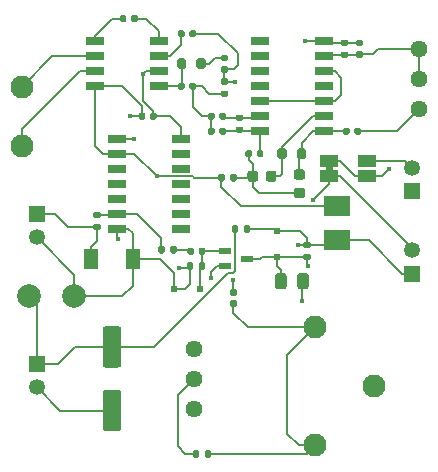
<source format=gbr>
%TF.GenerationSoftware,KiCad,Pcbnew,(5.1.8)-1*%
%TF.CreationDate,2021-01-15T11:06:26+00:00*%
%TF.ProjectId,Bat_Listner_JLCPCB,4261745f-4c69-4737-946e-65725f4a4c43,rev?*%
%TF.SameCoordinates,Original*%
%TF.FileFunction,Copper,L1,Top*%
%TF.FilePolarity,Positive*%
%FSLAX46Y46*%
G04 Gerber Fmt 4.6, Leading zero omitted, Abs format (unit mm)*
G04 Created by KiCad (PCBNEW (5.1.8)-1) date 2021-01-15 11:06:26*
%MOMM*%
%LPD*%
G01*
G04 APERTURE LIST*
%TA.AperFunction,EtchedComponent*%
%ADD10C,0.100000*%
%TD*%
%TA.AperFunction,SMDPad,CuDef*%
%ADD11R,1.528000X0.650000*%
%TD*%
%TA.AperFunction,SMDPad,CuDef*%
%ADD12R,2.300000X1.800000*%
%TD*%
%TA.AperFunction,SMDPad,CuDef*%
%ADD13R,1.300000X1.700000*%
%TD*%
%TA.AperFunction,SMDPad,CuDef*%
%ADD14R,0.500000X0.500000*%
%TD*%
%TA.AperFunction,SMDPad,CuDef*%
%ADD15R,1.525000X0.650000*%
%TD*%
%TA.AperFunction,ComponentPad*%
%ADD16C,1.350000*%
%TD*%
%TA.AperFunction,ComponentPad*%
%ADD17R,1.350000X1.350000*%
%TD*%
%TA.AperFunction,ComponentPad*%
%ADD18C,1.950000*%
%TD*%
%TA.AperFunction,SMDPad,CuDef*%
%ADD19R,1.500000X1.000000*%
%TD*%
%TA.AperFunction,SMDPad,CuDef*%
%ADD20R,1.000000X0.550000*%
%TD*%
%TA.AperFunction,ComponentPad*%
%ADD21C,1.440000*%
%TD*%
%TA.AperFunction,ComponentPad*%
%ADD22C,2.000000*%
%TD*%
%TA.AperFunction,ViaPad*%
%ADD23C,0.400000*%
%TD*%
%TA.AperFunction,Conductor*%
%ADD24C,0.150000*%
%TD*%
G04 APERTURE END LIST*
D10*
%TO.C,JP1*%
G36*
X162260000Y-66275000D02*
G01*
X162260000Y-65775000D01*
X162860000Y-65775000D01*
X162860000Y-66275000D01*
X162260000Y-66275000D01*
G37*
%TD*%
D11*
%TO.P,AT1,1*%
%TO.N,Net-(AT1-Pad1)*%
X142704000Y-55245000D03*
%TO.P,AT1,2*%
%TO.N,Net-(AT1-Pad2)*%
X142704000Y-56515000D03*
%TO.P,AT1,3*%
%TO.N,Net-(AT1-Pad3)*%
X142704000Y-57785000D03*
%TO.P,AT1,4*%
%TO.N,GND*%
X142704000Y-59055000D03*
%TO.P,AT1,5*%
%TO.N,Net-(AT1-Pad5)*%
X148126000Y-59055000D03*
%TO.P,AT1,6*%
%TO.N,+BATT*%
X148126000Y-57785000D03*
%TO.P,AT1,7*%
%TO.N,Net-(AT1-Pad7)*%
X148126000Y-56515000D03*
%TO.P,AT1,8*%
%TO.N,Net-(AT1-Pad8)*%
X148126000Y-55245000D03*
%TD*%
%TO.P,C1,2*%
%TO.N,Net-(AT1-Pad1)*%
%TA.AperFunction,SMDPad,CuDef*%
G36*
G01*
X145370000Y-53170000D02*
X145370000Y-53510000D01*
G75*
G02*
X145230000Y-53650000I-140000J0D01*
G01*
X144950000Y-53650000D01*
G75*
G02*
X144810000Y-53510000I0J140000D01*
G01*
X144810000Y-53170000D01*
G75*
G02*
X144950000Y-53030000I140000J0D01*
G01*
X145230000Y-53030000D01*
G75*
G02*
X145370000Y-53170000I0J-140000D01*
G01*
G37*
%TD.AperFunction*%
%TO.P,C1,1*%
%TO.N,Net-(AT1-Pad8)*%
%TA.AperFunction,SMDPad,CuDef*%
G36*
G01*
X146330000Y-53170000D02*
X146330000Y-53510000D01*
G75*
G02*
X146190000Y-53650000I-140000J0D01*
G01*
X145910000Y-53650000D01*
G75*
G02*
X145770000Y-53510000I0J140000D01*
G01*
X145770000Y-53170000D01*
G75*
G02*
X145910000Y-53030000I140000J0D01*
G01*
X146190000Y-53030000D01*
G75*
G02*
X146330000Y-53170000I0J-140000D01*
G01*
G37*
%TD.AperFunction*%
%TD*%
%TO.P,C2,1*%
%TO.N,Net-(AT1-Pad7)*%
%TA.AperFunction,SMDPad,CuDef*%
G36*
G01*
X149735000Y-54780000D02*
X149735000Y-54440000D01*
G75*
G02*
X149875000Y-54300000I140000J0D01*
G01*
X150155000Y-54300000D01*
G75*
G02*
X150295000Y-54440000I0J-140000D01*
G01*
X150295000Y-54780000D01*
G75*
G02*
X150155000Y-54920000I-140000J0D01*
G01*
X149875000Y-54920000D01*
G75*
G02*
X149735000Y-54780000I0J140000D01*
G01*
G37*
%TD.AperFunction*%
%TO.P,C2,2*%
%TO.N,GND*%
%TA.AperFunction,SMDPad,CuDef*%
G36*
G01*
X150695000Y-54780000D02*
X150695000Y-54440000D01*
G75*
G02*
X150835000Y-54300000I140000J0D01*
G01*
X151115000Y-54300000D01*
G75*
G02*
X151255000Y-54440000I0J-140000D01*
G01*
X151255000Y-54780000D01*
G75*
G02*
X151115000Y-54920000I-140000J0D01*
G01*
X150835000Y-54920000D01*
G75*
G02*
X150695000Y-54780000I0J140000D01*
G01*
G37*
%TD.AperFunction*%
%TD*%
%TO.P,C3,2*%
%TO.N,GND*%
%TA.AperFunction,SMDPad,CuDef*%
G36*
G01*
X153500000Y-57350000D02*
X153840000Y-57350000D01*
G75*
G02*
X153980000Y-57490000I0J-140000D01*
G01*
X153980000Y-57770000D01*
G75*
G02*
X153840000Y-57910000I-140000J0D01*
G01*
X153500000Y-57910000D01*
G75*
G02*
X153360000Y-57770000I0J140000D01*
G01*
X153360000Y-57490000D01*
G75*
G02*
X153500000Y-57350000I140000J0D01*
G01*
G37*
%TD.AperFunction*%
%TO.P,C3,1*%
%TO.N,Net-(C3-Pad1)*%
%TA.AperFunction,SMDPad,CuDef*%
G36*
G01*
X153500000Y-56390000D02*
X153840000Y-56390000D01*
G75*
G02*
X153980000Y-56530000I0J-140000D01*
G01*
X153980000Y-56810000D01*
G75*
G02*
X153840000Y-56950000I-140000J0D01*
G01*
X153500000Y-56950000D01*
G75*
G02*
X153360000Y-56810000I0J140000D01*
G01*
X153360000Y-56530000D01*
G75*
G02*
X153500000Y-56390000I140000J0D01*
G01*
G37*
%TD.AperFunction*%
%TD*%
%TO.P,C4,1*%
%TO.N,+BATT*%
%TA.AperFunction,SMDPad,CuDef*%
G36*
G01*
X143595000Y-79370000D02*
X144695000Y-79370000D01*
G75*
G02*
X144945000Y-79620000I0J-250000D01*
G01*
X144945000Y-82620000D01*
G75*
G02*
X144695000Y-82870000I-250000J0D01*
G01*
X143595000Y-82870000D01*
G75*
G02*
X143345000Y-82620000I0J250000D01*
G01*
X143345000Y-79620000D01*
G75*
G02*
X143595000Y-79370000I250000J0D01*
G01*
G37*
%TD.AperFunction*%
%TO.P,C4,2*%
%TO.N,GND*%
%TA.AperFunction,SMDPad,CuDef*%
G36*
G01*
X143595000Y-84770000D02*
X144695000Y-84770000D01*
G75*
G02*
X144945000Y-85020000I0J-250000D01*
G01*
X144945000Y-88020000D01*
G75*
G02*
X144695000Y-88270000I-250000J0D01*
G01*
X143595000Y-88270000D01*
G75*
G02*
X143345000Y-88020000I0J250000D01*
G01*
X143345000Y-85020000D01*
G75*
G02*
X143595000Y-84770000I250000J0D01*
G01*
G37*
%TD.AperFunction*%
%TD*%
%TO.P,C5,1*%
%TO.N,+BATT*%
%TA.AperFunction,SMDPad,CuDef*%
G36*
G01*
X147925000Y-61425000D02*
X147925000Y-61765000D01*
G75*
G02*
X147785000Y-61905000I-140000J0D01*
G01*
X147505000Y-61905000D01*
G75*
G02*
X147365000Y-61765000I0J140000D01*
G01*
X147365000Y-61425000D01*
G75*
G02*
X147505000Y-61285000I140000J0D01*
G01*
X147785000Y-61285000D01*
G75*
G02*
X147925000Y-61425000I0J-140000D01*
G01*
G37*
%TD.AperFunction*%
%TO.P,C5,2*%
%TO.N,GND*%
%TA.AperFunction,SMDPad,CuDef*%
G36*
G01*
X146965000Y-61425000D02*
X146965000Y-61765000D01*
G75*
G02*
X146825000Y-61905000I-140000J0D01*
G01*
X146545000Y-61905000D01*
G75*
G02*
X146405000Y-61765000I0J140000D01*
G01*
X146405000Y-61425000D01*
G75*
G02*
X146545000Y-61285000I140000J0D01*
G01*
X146825000Y-61285000D01*
G75*
G02*
X146965000Y-61425000I0J-140000D01*
G01*
G37*
%TD.AperFunction*%
%TD*%
%TO.P,C6,1*%
%TO.N,Net-(AT1-Pad5)*%
%TA.AperFunction,SMDPad,CuDef*%
G36*
G01*
X149735000Y-59225000D02*
X149735000Y-58885000D01*
G75*
G02*
X149875000Y-58745000I140000J0D01*
G01*
X150155000Y-58745000D01*
G75*
G02*
X150295000Y-58885000I0J-140000D01*
G01*
X150295000Y-59225000D01*
G75*
G02*
X150155000Y-59365000I-140000J0D01*
G01*
X149875000Y-59365000D01*
G75*
G02*
X149735000Y-59225000I0J140000D01*
G01*
G37*
%TD.AperFunction*%
%TO.P,C6,2*%
%TO.N,Net-(C6-Pad2)*%
%TA.AperFunction,SMDPad,CuDef*%
G36*
G01*
X150695000Y-59225000D02*
X150695000Y-58885000D01*
G75*
G02*
X150835000Y-58745000I140000J0D01*
G01*
X151115000Y-58745000D01*
G75*
G02*
X151255000Y-58885000I0J-140000D01*
G01*
X151255000Y-59225000D01*
G75*
G02*
X151115000Y-59365000I-140000J0D01*
G01*
X150835000Y-59365000D01*
G75*
G02*
X150695000Y-59225000I0J140000D01*
G01*
G37*
%TD.AperFunction*%
%TD*%
%TO.P,C7,2*%
%TO.N,Net-(C7-Pad2)*%
%TA.AperFunction,SMDPad,CuDef*%
G36*
G01*
X151485000Y-73195000D02*
X151485000Y-72855000D01*
G75*
G02*
X151625000Y-72715000I140000J0D01*
G01*
X151905000Y-72715000D01*
G75*
G02*
X152045000Y-72855000I0J-140000D01*
G01*
X152045000Y-73195000D01*
G75*
G02*
X151905000Y-73335000I-140000J0D01*
G01*
X151625000Y-73335000D01*
G75*
G02*
X151485000Y-73195000I0J140000D01*
G01*
G37*
%TD.AperFunction*%
%TO.P,C7,1*%
%TO.N,Net-(C7-Pad1)*%
%TA.AperFunction,SMDPad,CuDef*%
G36*
G01*
X150525000Y-73195000D02*
X150525000Y-72855000D01*
G75*
G02*
X150665000Y-72715000I140000J0D01*
G01*
X150945000Y-72715000D01*
G75*
G02*
X151085000Y-72855000I0J-140000D01*
G01*
X151085000Y-73195000D01*
G75*
G02*
X150945000Y-73335000I-140000J0D01*
G01*
X150665000Y-73335000D01*
G75*
G02*
X150525000Y-73195000I0J140000D01*
G01*
G37*
%TD.AperFunction*%
%TD*%
%TO.P,C8,2*%
%TO.N,Net-(C6-Pad2)*%
%TA.AperFunction,SMDPad,CuDef*%
G36*
G01*
X152835000Y-61425000D02*
X152835000Y-61765000D01*
G75*
G02*
X152695000Y-61905000I-140000J0D01*
G01*
X152415000Y-61905000D01*
G75*
G02*
X152275000Y-61765000I0J140000D01*
G01*
X152275000Y-61425000D01*
G75*
G02*
X152415000Y-61285000I140000J0D01*
G01*
X152695000Y-61285000D01*
G75*
G02*
X152835000Y-61425000I0J-140000D01*
G01*
G37*
%TD.AperFunction*%
%TO.P,C8,1*%
%TO.N,6*%
%TA.AperFunction,SMDPad,CuDef*%
G36*
G01*
X153795000Y-61425000D02*
X153795000Y-61765000D01*
G75*
G02*
X153655000Y-61905000I-140000J0D01*
G01*
X153375000Y-61905000D01*
G75*
G02*
X153235000Y-61765000I0J140000D01*
G01*
X153235000Y-61425000D01*
G75*
G02*
X153375000Y-61285000I140000J0D01*
G01*
X153655000Y-61285000D01*
G75*
G02*
X153795000Y-61425000I0J-140000D01*
G01*
G37*
%TD.AperFunction*%
%TD*%
%TO.P,C9,1*%
%TO.N,Net-(C6-Pad2)*%
%TA.AperFunction,SMDPad,CuDef*%
G36*
G01*
X152275000Y-63035000D02*
X152275000Y-62695000D01*
G75*
G02*
X152415000Y-62555000I140000J0D01*
G01*
X152695000Y-62555000D01*
G75*
G02*
X152835000Y-62695000I0J-140000D01*
G01*
X152835000Y-63035000D01*
G75*
G02*
X152695000Y-63175000I-140000J0D01*
G01*
X152415000Y-63175000D01*
G75*
G02*
X152275000Y-63035000I0J140000D01*
G01*
G37*
%TD.AperFunction*%
%TO.P,C9,2*%
%TO.N,7*%
%TA.AperFunction,SMDPad,CuDef*%
G36*
G01*
X153235000Y-63035000D02*
X153235000Y-62695000D01*
G75*
G02*
X153375000Y-62555000I140000J0D01*
G01*
X153655000Y-62555000D01*
G75*
G02*
X153795000Y-62695000I0J-140000D01*
G01*
X153795000Y-63035000D01*
G75*
G02*
X153655000Y-63175000I-140000J0D01*
G01*
X153375000Y-63175000D01*
G75*
G02*
X153235000Y-63035000I0J140000D01*
G01*
G37*
%TD.AperFunction*%
%TD*%
%TO.P,C10,2*%
%TO.N,Net-(C10-Pad2)*%
%TA.AperFunction,SMDPad,CuDef*%
G36*
G01*
X156010000Y-64600000D02*
X156010000Y-64940000D01*
G75*
G02*
X155870000Y-65080000I-140000J0D01*
G01*
X155590000Y-65080000D01*
G75*
G02*
X155450000Y-64940000I0J140000D01*
G01*
X155450000Y-64600000D01*
G75*
G02*
X155590000Y-64460000I140000J0D01*
G01*
X155870000Y-64460000D01*
G75*
G02*
X156010000Y-64600000I0J-140000D01*
G01*
G37*
%TD.AperFunction*%
%TO.P,C10,1*%
%TO.N,7*%
%TA.AperFunction,SMDPad,CuDef*%
G36*
G01*
X156970000Y-64600000D02*
X156970000Y-64940000D01*
G75*
G02*
X156830000Y-65080000I-140000J0D01*
G01*
X156550000Y-65080000D01*
G75*
G02*
X156410000Y-64940000I0J140000D01*
G01*
X156410000Y-64600000D01*
G75*
G02*
X156550000Y-64460000I140000J0D01*
G01*
X156830000Y-64460000D01*
G75*
G02*
X156970000Y-64600000I0J-140000D01*
G01*
G37*
%TD.AperFunction*%
%TD*%
%TO.P,C11,1*%
%TO.N,Net-(C10-Pad2)*%
%TA.AperFunction,SMDPad,CuDef*%
G36*
G01*
X155620000Y-66925000D02*
X155620000Y-66425000D01*
G75*
G02*
X155845000Y-66200000I225000J0D01*
G01*
X156295000Y-66200000D01*
G75*
G02*
X156520000Y-66425000I0J-225000D01*
G01*
X156520000Y-66925000D01*
G75*
G02*
X156295000Y-67150000I-225000J0D01*
G01*
X155845000Y-67150000D01*
G75*
G02*
X155620000Y-66925000I0J225000D01*
G01*
G37*
%TD.AperFunction*%
%TO.P,C11,2*%
%TO.N,9*%
%TA.AperFunction,SMDPad,CuDef*%
G36*
G01*
X157170000Y-66925000D02*
X157170000Y-66425000D01*
G75*
G02*
X157395000Y-66200000I225000J0D01*
G01*
X157845000Y-66200000D01*
G75*
G02*
X158070000Y-66425000I0J-225000D01*
G01*
X158070000Y-66925000D01*
G75*
G02*
X157845000Y-67150000I-225000J0D01*
G01*
X157395000Y-67150000D01*
G75*
G02*
X157170000Y-66925000I0J225000D01*
G01*
G37*
%TD.AperFunction*%
%TD*%
%TO.P,C12,2*%
%TO.N,8*%
%TA.AperFunction,SMDPad,CuDef*%
G36*
G01*
X160270000Y-66985000D02*
X159770000Y-66985000D01*
G75*
G02*
X159545000Y-66760000I0J225000D01*
G01*
X159545000Y-66310000D01*
G75*
G02*
X159770000Y-66085000I225000J0D01*
G01*
X160270000Y-66085000D01*
G75*
G02*
X160495000Y-66310000I0J-225000D01*
G01*
X160495000Y-66760000D01*
G75*
G02*
X160270000Y-66985000I-225000J0D01*
G01*
G37*
%TD.AperFunction*%
%TO.P,C12,1*%
%TO.N,Net-(C10-Pad2)*%
%TA.AperFunction,SMDPad,CuDef*%
G36*
G01*
X160270000Y-68535000D02*
X159770000Y-68535000D01*
G75*
G02*
X159545000Y-68310000I0J225000D01*
G01*
X159545000Y-67860000D01*
G75*
G02*
X159770000Y-67635000I225000J0D01*
G01*
X160270000Y-67635000D01*
G75*
G02*
X160495000Y-67860000I0J-225000D01*
G01*
X160495000Y-68310000D01*
G75*
G02*
X160270000Y-68535000I-225000J0D01*
G01*
G37*
%TD.AperFunction*%
%TD*%
%TO.P,C13,2*%
%TO.N,Net-(C13-Pad2)*%
%TA.AperFunction,SMDPad,CuDef*%
G36*
G01*
X164665000Y-63035000D02*
X164665000Y-62695000D01*
G75*
G02*
X164805000Y-62555000I140000J0D01*
G01*
X165085000Y-62555000D01*
G75*
G02*
X165225000Y-62695000I0J-140000D01*
G01*
X165225000Y-63035000D01*
G75*
G02*
X165085000Y-63175000I-140000J0D01*
G01*
X164805000Y-63175000D01*
G75*
G02*
X164665000Y-63035000I0J140000D01*
G01*
G37*
%TD.AperFunction*%
%TO.P,C13,1*%
%TO.N,8*%
%TA.AperFunction,SMDPad,CuDef*%
G36*
G01*
X163705000Y-63035000D02*
X163705000Y-62695000D01*
G75*
G02*
X163845000Y-62555000I140000J0D01*
G01*
X164125000Y-62555000D01*
G75*
G02*
X164265000Y-62695000I0J-140000D01*
G01*
X164265000Y-63035000D01*
G75*
G02*
X164125000Y-63175000I-140000J0D01*
G01*
X163845000Y-63175000D01*
G75*
G02*
X163705000Y-63035000I0J140000D01*
G01*
G37*
%TD.AperFunction*%
%TD*%
D12*
%TO.P,C14,1*%
%TO.N,Net-(C14-Pad1)*%
X163195000Y-72115000D03*
%TO.P,C14,2*%
%TO.N,GND*%
X163195000Y-69215000D03*
%TD*%
%TO.P,C15,1*%
%TO.N,13*%
%TA.AperFunction,SMDPad,CuDef*%
G36*
G01*
X165270000Y-56640000D02*
X164930000Y-56640000D01*
G75*
G02*
X164790000Y-56500000I0J140000D01*
G01*
X164790000Y-56220000D01*
G75*
G02*
X164930000Y-56080000I140000J0D01*
G01*
X165270000Y-56080000D01*
G75*
G02*
X165410000Y-56220000I0J-140000D01*
G01*
X165410000Y-56500000D01*
G75*
G02*
X165270000Y-56640000I-140000J0D01*
G01*
G37*
%TD.AperFunction*%
%TO.P,C15,2*%
%TO.N,14*%
%TA.AperFunction,SMDPad,CuDef*%
G36*
G01*
X165270000Y-55680000D02*
X164930000Y-55680000D01*
G75*
G02*
X164790000Y-55540000I0J140000D01*
G01*
X164790000Y-55260000D01*
G75*
G02*
X164930000Y-55120000I140000J0D01*
G01*
X165270000Y-55120000D01*
G75*
G02*
X165410000Y-55260000I0J-140000D01*
G01*
X165410000Y-55540000D01*
G75*
G02*
X165270000Y-55680000I-140000J0D01*
G01*
G37*
%TD.AperFunction*%
%TD*%
%TO.P,C16,1*%
%TO.N,Net-(C16-Pad1)*%
%TA.AperFunction,SMDPad,CuDef*%
G36*
G01*
X154602000Y-77750000D02*
X154262000Y-77750000D01*
G75*
G02*
X154122000Y-77610000I0J140000D01*
G01*
X154122000Y-77330000D01*
G75*
G02*
X154262000Y-77190000I140000J0D01*
G01*
X154602000Y-77190000D01*
G75*
G02*
X154742000Y-77330000I0J-140000D01*
G01*
X154742000Y-77610000D01*
G75*
G02*
X154602000Y-77750000I-140000J0D01*
G01*
G37*
%TD.AperFunction*%
%TO.P,C16,2*%
%TO.N,Net-(C16-Pad2)*%
%TA.AperFunction,SMDPad,CuDef*%
G36*
G01*
X154602000Y-76790000D02*
X154262000Y-76790000D01*
G75*
G02*
X154122000Y-76650000I0J140000D01*
G01*
X154122000Y-76370000D01*
G75*
G02*
X154262000Y-76230000I140000J0D01*
G01*
X154602000Y-76230000D01*
G75*
G02*
X154742000Y-76370000I0J-140000D01*
G01*
X154742000Y-76650000D01*
G75*
G02*
X154602000Y-76790000I-140000J0D01*
G01*
G37*
%TD.AperFunction*%
%TD*%
D13*
%TO.P,D1,1*%
%TO.N,Net-(D1-Pad1)*%
X142395000Y-73660000D03*
%TO.P,D1,2*%
%TO.N,GND*%
X145895000Y-73660000D03*
%TD*%
D14*
%TO.P,D2,1*%
%TO.N,Net-(C7-Pad2)*%
X151595000Y-76200000D03*
%TO.P,D2,2*%
%TO.N,GND*%
X149395000Y-76200000D03*
%TD*%
%TO.P,D3,2*%
%TO.N,Net-(D3-Pad2)*%
X158115000Y-73490000D03*
%TO.P,D3,1*%
%TO.N,Net-(C14-Pad1)*%
X158115000Y-71290000D03*
%TD*%
%TO.P,D4,1*%
%TO.N,Net-(D3-Pad2)*%
%TA.AperFunction,SMDPad,CuDef*%
G36*
G01*
X157960000Y-76021250D02*
X157960000Y-75108750D01*
G75*
G02*
X158203750Y-74865000I243750J0D01*
G01*
X158691250Y-74865000D01*
G75*
G02*
X158935000Y-75108750I0J-243750D01*
G01*
X158935000Y-76021250D01*
G75*
G02*
X158691250Y-76265000I-243750J0D01*
G01*
X158203750Y-76265000D01*
G75*
G02*
X157960000Y-76021250I0J243750D01*
G01*
G37*
%TD.AperFunction*%
%TO.P,D4,2*%
%TO.N,Net-(C14-Pad1)*%
%TA.AperFunction,SMDPad,CuDef*%
G36*
G01*
X159835000Y-76021250D02*
X159835000Y-75108750D01*
G75*
G02*
X160078750Y-74865000I243750J0D01*
G01*
X160566250Y-74865000D01*
G75*
G02*
X160810000Y-75108750I0J-243750D01*
G01*
X160810000Y-76021250D01*
G75*
G02*
X160566250Y-76265000I-243750J0D01*
G01*
X160078750Y-76265000D01*
G75*
G02*
X159835000Y-76021250I0J243750D01*
G01*
G37*
%TD.AperFunction*%
%TD*%
D15*
%TO.P,IC1,1*%
%TO.N,14*%
X144608000Y-63500000D03*
%TO.P,IC1,2*%
%TO.N,GND*%
X144608000Y-64770000D03*
%TO.P,IC1,3*%
%TO.N,Net-(IC1-Pad3)*%
X144608000Y-66040000D03*
%TO.P,IC1,4*%
%TO.N,Net-(IC1-Pad4)*%
X144608000Y-67310000D03*
%TO.P,IC1,5*%
%TO.N,Net-(IC1-Pad5)*%
X144608000Y-68580000D03*
%TO.P,IC1,6*%
%TO.N,Net-(IC1-Pad6)*%
X144608000Y-69850000D03*
%TO.P,IC1,7*%
%TO.N,GND*%
X144608000Y-71120000D03*
%TO.P,IC1,8*%
%TO.N,Net-(IC1-Pad8)*%
X150032000Y-71120000D03*
%TO.P,IC1,9*%
%TO.N,Net-(IC1-Pad9)*%
X150032000Y-69850000D03*
%TO.P,IC1,10*%
%TO.N,Net-(IC1-Pad10)*%
X150032000Y-68580000D03*
%TO.P,IC1,11*%
%TO.N,Net-(IC1-Pad11)*%
X150032000Y-67310000D03*
%TO.P,IC1,12*%
%TO.N,Net-(IC1-Pad12)*%
X150032000Y-66040000D03*
%TO.P,IC1,13*%
%TO.N,Net-(IC1-Pad13)*%
X150032000Y-64770000D03*
%TO.P,IC1,14*%
%TO.N,+BATT*%
X150032000Y-63500000D03*
%TD*%
%TO.P,IC2,14*%
%TO.N,14*%
X162097000Y-55245000D03*
%TO.P,IC2,13*%
%TO.N,13*%
X162097000Y-56515000D03*
%TO.P,IC2,12*%
%TO.N,GNDA*%
X162097000Y-57785000D03*
%TO.P,IC2,11*%
%TO.N,Net-(IC2-Pad11)*%
X162097000Y-59055000D03*
%TO.P,IC2,10*%
%TO.N,GNDA*%
X162097000Y-60325000D03*
%TO.P,IC2,9*%
%TO.N,9*%
X162097000Y-61595000D03*
%TO.P,IC2,8*%
%TO.N,8*%
X162097000Y-62865000D03*
%TO.P,IC2,7*%
%TO.N,7*%
X156673000Y-62865000D03*
%TO.P,IC2,6*%
%TO.N,6*%
X156673000Y-61595000D03*
%TO.P,IC2,5*%
%TO.N,GNDA*%
X156673000Y-60325000D03*
%TO.P,IC2,4*%
%TO.N,Net-(IC2-Pad4)*%
X156673000Y-59055000D03*
%TO.P,IC2,3*%
%TO.N,Net-(IC2-Pad3)*%
X156673000Y-57785000D03*
%TO.P,IC2,2*%
%TO.N,Net-(IC2-Pad2)*%
X156673000Y-56515000D03*
%TO.P,IC2,1*%
%TO.N,Net-(IC2-Pad1)*%
X156673000Y-55245000D03*
%TD*%
D16*
%TO.P,J2,2*%
%TO.N,GND*%
X137795000Y-71850000D03*
D17*
%TO.P,J2,1*%
%TO.N,Net-(D1-Pad1)*%
X137795000Y-69850000D03*
%TD*%
%TO.P,J3,1*%
%TO.N,Net-(C14-Pad1)*%
X169545000Y-67945000D03*
D16*
%TO.P,J3,2*%
%TO.N,Net-(D3-Pad2)*%
X169545000Y-65945000D03*
%TD*%
D17*
%TO.P,J5,1*%
%TO.N,Net-(C14-Pad1)*%
X169545000Y-74930000D03*
D16*
%TO.P,J5,2*%
%TO.N,Net-(C16-Pad2)*%
X169545000Y-72930000D03*
%TD*%
D18*
%TO.P,J6,1*%
%TO.N,Net-(J6-Pad1)*%
X166370000Y-84455000D03*
%TO.P,J6,2*%
%TO.N,Net-(C16-Pad1)*%
X161370000Y-79455000D03*
%TO.P,J6,3*%
X161370000Y-89455000D03*
%TD*%
D19*
%TO.P,JP1,1*%
%TO.N,Net-(C16-Pad2)*%
X162560000Y-66675000D03*
%TO.P,JP1,2*%
%TO.N,Net-(J6-Pad1)*%
X162560000Y-65375000D03*
%TD*%
%TO.P,JP2,2*%
%TO.N,Net-(D3-Pad2)*%
X165735000Y-65375000D03*
%TO.P,JP2,1*%
%TO.N,Net-(J6-Pad1)*%
X165735000Y-66675000D03*
%TD*%
D20*
%TO.P,Q1,1*%
%TO.N,Net-(C7-Pad2)*%
X153675000Y-73010000D03*
%TO.P,Q1,2*%
%TO.N,GND*%
X153675000Y-74310000D03*
%TO.P,Q1,3*%
%TO.N,Net-(D3-Pad2)*%
X155575000Y-73660000D03*
%TD*%
%TO.P,R1,1*%
%TO.N,Net-(IC1-Pad6)*%
%TA.AperFunction,SMDPad,CuDef*%
G36*
G01*
X142690000Y-69705000D02*
X143060000Y-69705000D01*
G75*
G02*
X143195000Y-69840000I0J-135000D01*
G01*
X143195000Y-70110000D01*
G75*
G02*
X143060000Y-70245000I-135000J0D01*
G01*
X142690000Y-70245000D01*
G75*
G02*
X142555000Y-70110000I0J135000D01*
G01*
X142555000Y-69840000D01*
G75*
G02*
X142690000Y-69705000I135000J0D01*
G01*
G37*
%TD.AperFunction*%
%TO.P,R1,2*%
%TO.N,Net-(D1-Pad1)*%
%TA.AperFunction,SMDPad,CuDef*%
G36*
G01*
X142690000Y-70725000D02*
X143060000Y-70725000D01*
G75*
G02*
X143195000Y-70860000I0J-135000D01*
G01*
X143195000Y-71130000D01*
G75*
G02*
X143060000Y-71265000I-135000J0D01*
G01*
X142690000Y-71265000D01*
G75*
G02*
X142555000Y-71130000I0J135000D01*
G01*
X142555000Y-70860000D01*
G75*
G02*
X142690000Y-70725000I135000J0D01*
G01*
G37*
%TD.AperFunction*%
%TD*%
%TO.P,R2,1*%
%TO.N,Net-(AT1-Pad5)*%
%TA.AperFunction,SMDPad,CuDef*%
G36*
G01*
X149651000Y-57425000D02*
X149651000Y-56875000D01*
G75*
G02*
X149851000Y-56675000I200000J0D01*
G01*
X150251000Y-56675000D01*
G75*
G02*
X150451000Y-56875000I0J-200000D01*
G01*
X150451000Y-57425000D01*
G75*
G02*
X150251000Y-57625000I-200000J0D01*
G01*
X149851000Y-57625000D01*
G75*
G02*
X149651000Y-57425000I0J200000D01*
G01*
G37*
%TD.AperFunction*%
%TO.P,R2,2*%
%TO.N,Net-(C3-Pad1)*%
%TA.AperFunction,SMDPad,CuDef*%
G36*
G01*
X151301000Y-57425000D02*
X151301000Y-56875000D01*
G75*
G02*
X151501000Y-56675000I200000J0D01*
G01*
X151901000Y-56675000D01*
G75*
G02*
X152101000Y-56875000I0J-200000D01*
G01*
X152101000Y-57425000D01*
G75*
G02*
X151901000Y-57625000I-200000J0D01*
G01*
X151501000Y-57625000D01*
G75*
G02*
X151301000Y-57425000I0J200000D01*
G01*
G37*
%TD.AperFunction*%
%TD*%
%TO.P,R3,2*%
%TO.N,Net-(C7-Pad1)*%
%TA.AperFunction,SMDPad,CuDef*%
G36*
G01*
X149084000Y-73083000D02*
X149084000Y-72713000D01*
G75*
G02*
X149219000Y-72578000I135000J0D01*
G01*
X149489000Y-72578000D01*
G75*
G02*
X149624000Y-72713000I0J-135000D01*
G01*
X149624000Y-73083000D01*
G75*
G02*
X149489000Y-73218000I-135000J0D01*
G01*
X149219000Y-73218000D01*
G75*
G02*
X149084000Y-73083000I0J135000D01*
G01*
G37*
%TD.AperFunction*%
%TO.P,R3,1*%
%TO.N,Net-(IC1-Pad6)*%
%TA.AperFunction,SMDPad,CuDef*%
G36*
G01*
X148064000Y-73083000D02*
X148064000Y-72713000D01*
G75*
G02*
X148199000Y-72578000I135000J0D01*
G01*
X148469000Y-72578000D01*
G75*
G02*
X148604000Y-72713000I0J-135000D01*
G01*
X148604000Y-73083000D01*
G75*
G02*
X148469000Y-73218000I-135000J0D01*
G01*
X148199000Y-73218000D01*
G75*
G02*
X148064000Y-73083000I0J135000D01*
G01*
G37*
%TD.AperFunction*%
%TD*%
%TO.P,R4,2*%
%TO.N,GND*%
%TA.AperFunction,SMDPad,CuDef*%
G36*
G01*
X153855000Y-58940000D02*
X153485000Y-58940000D01*
G75*
G02*
X153350000Y-58805000I0J135000D01*
G01*
X153350000Y-58535000D01*
G75*
G02*
X153485000Y-58400000I135000J0D01*
G01*
X153855000Y-58400000D01*
G75*
G02*
X153990000Y-58535000I0J-135000D01*
G01*
X153990000Y-58805000D01*
G75*
G02*
X153855000Y-58940000I-135000J0D01*
G01*
G37*
%TD.AperFunction*%
%TO.P,R4,1*%
%TO.N,Net-(C6-Pad2)*%
%TA.AperFunction,SMDPad,CuDef*%
G36*
G01*
X153855000Y-59960000D02*
X153485000Y-59960000D01*
G75*
G02*
X153350000Y-59825000I0J135000D01*
G01*
X153350000Y-59555000D01*
G75*
G02*
X153485000Y-59420000I135000J0D01*
G01*
X153855000Y-59420000D01*
G75*
G02*
X153990000Y-59555000I0J-135000D01*
G01*
X153990000Y-59825000D01*
G75*
G02*
X153855000Y-59960000I-135000J0D01*
G01*
G37*
%TD.AperFunction*%
%TD*%
%TO.P,R5,2*%
%TO.N,GND*%
%TA.AperFunction,SMDPad,CuDef*%
G36*
G01*
X151015000Y-74110000D02*
X151015000Y-74480000D01*
G75*
G02*
X150880000Y-74615000I-135000J0D01*
G01*
X150610000Y-74615000D01*
G75*
G02*
X150475000Y-74480000I0J135000D01*
G01*
X150475000Y-74110000D01*
G75*
G02*
X150610000Y-73975000I135000J0D01*
G01*
X150880000Y-73975000D01*
G75*
G02*
X151015000Y-74110000I0J-135000D01*
G01*
G37*
%TD.AperFunction*%
%TO.P,R5,1*%
%TO.N,Net-(C7-Pad2)*%
%TA.AperFunction,SMDPad,CuDef*%
G36*
G01*
X152035000Y-74110000D02*
X152035000Y-74480000D01*
G75*
G02*
X151900000Y-74615000I-135000J0D01*
G01*
X151630000Y-74615000D01*
G75*
G02*
X151495000Y-74480000I0J135000D01*
G01*
X151495000Y-74110000D01*
G75*
G02*
X151630000Y-73975000I135000J0D01*
G01*
X151900000Y-73975000D01*
G75*
G02*
X152035000Y-74110000I0J-135000D01*
G01*
G37*
%TD.AperFunction*%
%TD*%
%TO.P,R6,1*%
%TO.N,7*%
%TA.AperFunction,SMDPad,CuDef*%
G36*
G01*
X155125000Y-63010000D02*
X154755000Y-63010000D01*
G75*
G02*
X154620000Y-62875000I0J135000D01*
G01*
X154620000Y-62605000D01*
G75*
G02*
X154755000Y-62470000I135000J0D01*
G01*
X155125000Y-62470000D01*
G75*
G02*
X155260000Y-62605000I0J-135000D01*
G01*
X155260000Y-62875000D01*
G75*
G02*
X155125000Y-63010000I-135000J0D01*
G01*
G37*
%TD.AperFunction*%
%TO.P,R6,2*%
%TO.N,6*%
%TA.AperFunction,SMDPad,CuDef*%
G36*
G01*
X155125000Y-61990000D02*
X154755000Y-61990000D01*
G75*
G02*
X154620000Y-61855000I0J135000D01*
G01*
X154620000Y-61585000D01*
G75*
G02*
X154755000Y-61450000I135000J0D01*
G01*
X155125000Y-61450000D01*
G75*
G02*
X155260000Y-61585000I0J-135000D01*
G01*
X155260000Y-61855000D01*
G75*
G02*
X155125000Y-61990000I-135000J0D01*
G01*
G37*
%TD.AperFunction*%
%TD*%
%TO.P,R7,1*%
%TO.N,Net-(C10-Pad2)*%
%TA.AperFunction,SMDPad,CuDef*%
G36*
G01*
X154702000Y-66617000D02*
X154702000Y-66987000D01*
G75*
G02*
X154567000Y-67122000I-135000J0D01*
G01*
X154297000Y-67122000D01*
G75*
G02*
X154162000Y-66987000I0J135000D01*
G01*
X154162000Y-66617000D01*
G75*
G02*
X154297000Y-66482000I135000J0D01*
G01*
X154567000Y-66482000D01*
G75*
G02*
X154702000Y-66617000I0J-135000D01*
G01*
G37*
%TD.AperFunction*%
%TO.P,R7,2*%
%TO.N,GND*%
%TA.AperFunction,SMDPad,CuDef*%
G36*
G01*
X153682000Y-66617000D02*
X153682000Y-66987000D01*
G75*
G02*
X153547000Y-67122000I-135000J0D01*
G01*
X153277000Y-67122000D01*
G75*
G02*
X153142000Y-66987000I0J135000D01*
G01*
X153142000Y-66617000D01*
G75*
G02*
X153277000Y-66482000I135000J0D01*
G01*
X153547000Y-66482000D01*
G75*
G02*
X153682000Y-66617000I0J-135000D01*
G01*
G37*
%TD.AperFunction*%
%TD*%
%TO.P,R8,2*%
%TO.N,8*%
%TA.AperFunction,SMDPad,CuDef*%
G36*
G01*
X159810000Y-65045000D02*
X159810000Y-64495000D01*
G75*
G02*
X160010000Y-64295000I200000J0D01*
G01*
X160410000Y-64295000D01*
G75*
G02*
X160610000Y-64495000I0J-200000D01*
G01*
X160610000Y-65045000D01*
G75*
G02*
X160410000Y-65245000I-200000J0D01*
G01*
X160010000Y-65245000D01*
G75*
G02*
X159810000Y-65045000I0J200000D01*
G01*
G37*
%TD.AperFunction*%
%TO.P,R8,1*%
%TO.N,9*%
%TA.AperFunction,SMDPad,CuDef*%
G36*
G01*
X158160000Y-65045000D02*
X158160000Y-64495000D01*
G75*
G02*
X158360000Y-64295000I200000J0D01*
G01*
X158760000Y-64295000D01*
G75*
G02*
X158960000Y-64495000I0J-200000D01*
G01*
X158960000Y-65045000D01*
G75*
G02*
X158760000Y-65245000I-200000J0D01*
G01*
X158360000Y-65245000D01*
G75*
G02*
X158160000Y-65045000I0J200000D01*
G01*
G37*
%TD.AperFunction*%
%TD*%
%TO.P,R9,1*%
%TO.N,+BATT*%
%TA.AperFunction,SMDPad,CuDef*%
G36*
G01*
X154285000Y-71305000D02*
X154285000Y-70935000D01*
G75*
G02*
X154420000Y-70800000I135000J0D01*
G01*
X154690000Y-70800000D01*
G75*
G02*
X154825000Y-70935000I0J-135000D01*
G01*
X154825000Y-71305000D01*
G75*
G02*
X154690000Y-71440000I-135000J0D01*
G01*
X154420000Y-71440000D01*
G75*
G02*
X154285000Y-71305000I0J135000D01*
G01*
G37*
%TD.AperFunction*%
%TO.P,R9,2*%
%TO.N,Net-(C14-Pad1)*%
%TA.AperFunction,SMDPad,CuDef*%
G36*
G01*
X155305000Y-71305000D02*
X155305000Y-70935000D01*
G75*
G02*
X155440000Y-70800000I135000J0D01*
G01*
X155710000Y-70800000D01*
G75*
G02*
X155845000Y-70935000I0J-135000D01*
G01*
X155845000Y-71305000D01*
G75*
G02*
X155710000Y-71440000I-135000J0D01*
G01*
X155440000Y-71440000D01*
G75*
G02*
X155305000Y-71305000I0J135000D01*
G01*
G37*
%TD.AperFunction*%
%TD*%
%TO.P,R10,1*%
%TO.N,Net-(C14-Pad1)*%
%TA.AperFunction,SMDPad,CuDef*%
G36*
G01*
X160470000Y-72245000D02*
X160840000Y-72245000D01*
G75*
G02*
X160975000Y-72380000I0J-135000D01*
G01*
X160975000Y-72650000D01*
G75*
G02*
X160840000Y-72785000I-135000J0D01*
G01*
X160470000Y-72785000D01*
G75*
G02*
X160335000Y-72650000I0J135000D01*
G01*
X160335000Y-72380000D01*
G75*
G02*
X160470000Y-72245000I135000J0D01*
G01*
G37*
%TD.AperFunction*%
%TO.P,R10,2*%
%TO.N,Net-(D3-Pad2)*%
%TA.AperFunction,SMDPad,CuDef*%
G36*
G01*
X160470000Y-73265000D02*
X160840000Y-73265000D01*
G75*
G02*
X160975000Y-73400000I0J-135000D01*
G01*
X160975000Y-73670000D01*
G75*
G02*
X160840000Y-73805000I-135000J0D01*
G01*
X160470000Y-73805000D01*
G75*
G02*
X160335000Y-73670000I0J135000D01*
G01*
X160335000Y-73400000D01*
G75*
G02*
X160470000Y-73265000I135000J0D01*
G01*
G37*
%TD.AperFunction*%
%TD*%
%TO.P,R11,2*%
%TO.N,Net-(C16-Pad1)*%
%TA.AperFunction,SMDPad,CuDef*%
G36*
G01*
X152003000Y-90355000D02*
X152003000Y-89985000D01*
G75*
G02*
X152138000Y-89850000I135000J0D01*
G01*
X152408000Y-89850000D01*
G75*
G02*
X152543000Y-89985000I0J-135000D01*
G01*
X152543000Y-90355000D01*
G75*
G02*
X152408000Y-90490000I-135000J0D01*
G01*
X152138000Y-90490000D01*
G75*
G02*
X152003000Y-90355000I0J135000D01*
G01*
G37*
%TD.AperFunction*%
%TO.P,R11,1*%
%TO.N,Net-(R11-Pad1)*%
%TA.AperFunction,SMDPad,CuDef*%
G36*
G01*
X150983000Y-90355000D02*
X150983000Y-89985000D01*
G75*
G02*
X151118000Y-89850000I135000J0D01*
G01*
X151388000Y-89850000D01*
G75*
G02*
X151523000Y-89985000I0J-135000D01*
G01*
X151523000Y-90355000D01*
G75*
G02*
X151388000Y-90490000I-135000J0D01*
G01*
X151118000Y-90490000D01*
G75*
G02*
X150983000Y-90355000I0J135000D01*
G01*
G37*
%TD.AperFunction*%
%TD*%
%TO.P,R12,2*%
%TO.N,13*%
%TA.AperFunction,SMDPad,CuDef*%
G36*
G01*
X163645000Y-56120000D02*
X164015000Y-56120000D01*
G75*
G02*
X164150000Y-56255000I0J-135000D01*
G01*
X164150000Y-56525000D01*
G75*
G02*
X164015000Y-56660000I-135000J0D01*
G01*
X163645000Y-56660000D01*
G75*
G02*
X163510000Y-56525000I0J135000D01*
G01*
X163510000Y-56255000D01*
G75*
G02*
X163645000Y-56120000I135000J0D01*
G01*
G37*
%TD.AperFunction*%
%TO.P,R12,1*%
%TO.N,14*%
%TA.AperFunction,SMDPad,CuDef*%
G36*
G01*
X163645000Y-55100000D02*
X164015000Y-55100000D01*
G75*
G02*
X164150000Y-55235000I0J-135000D01*
G01*
X164150000Y-55505000D01*
G75*
G02*
X164015000Y-55640000I-135000J0D01*
G01*
X163645000Y-55640000D01*
G75*
G02*
X163510000Y-55505000I0J135000D01*
G01*
X163510000Y-55235000D01*
G75*
G02*
X163645000Y-55100000I135000J0D01*
G01*
G37*
%TD.AperFunction*%
%TD*%
D21*
%TO.P,RV1,3*%
%TO.N,Net-(C14-Pad1)*%
X151130000Y-81280000D03*
%TO.P,RV1,2*%
%TO.N,Net-(R11-Pad1)*%
X151130000Y-83820000D03*
%TO.P,RV1,1*%
%TO.N,Net-(RV1-Pad1)*%
X151130000Y-86360000D03*
%TD*%
%TO.P,RV2,1*%
%TO.N,13*%
X170180000Y-55880000D03*
%TO.P,RV2,2*%
X170180000Y-58420000D03*
%TO.P,RV2,3*%
%TO.N,Net-(C13-Pad2)*%
X170180000Y-60960000D03*
%TD*%
D22*
%TO.P,TP2,1*%
%TO.N,GND*%
X140970000Y-76835000D03*
%TD*%
%TO.P,TP1,1*%
%TO.N,+BATT*%
X137160000Y-76835000D03*
%TD*%
D17*
%TO.P,J4,1*%
%TO.N,+BATT*%
X137795000Y-82550000D03*
D16*
%TO.P,J4,2*%
%TO.N,GND*%
X137795000Y-84550000D03*
%TD*%
D18*
%TO.P,IC3,1*%
%TO.N,Net-(AT1-Pad2)*%
X136525000Y-59095000D03*
%TO.P,IC3,2*%
%TO.N,Net-(AT1-Pad3)*%
X136525000Y-64095000D03*
%TD*%
D23*
%TO.N,GND*%
X152527000Y-75311000D03*
X149860000Y-74422000D03*
X154559000Y-58674000D03*
X145669000Y-61595000D03*
X144653000Y-72009000D03*
X147955000Y-66675000D03*
%TO.N,+BATT*%
X146812000Y-58039000D03*
%TO.N,Net-(C14-Pad1)*%
X160274000Y-77216000D03*
X159893000Y-72517000D03*
%TO.N,14*%
X146050000Y-63500000D03*
X160528000Y-55245000D03*
%TO.N,Net-(C16-Pad2)*%
X161178000Y-68707000D03*
X154432000Y-75438000D03*
%TO.N,Net-(D3-Pad2)*%
X160782000Y-74295000D03*
%TO.N,Net-(J6-Pad1)*%
X167640000Y-66040000D03*
%TD*%
D24*
%TO.N,Net-(AT1-Pad1)*%
X144810000Y-53340000D02*
X145090000Y-53340000D01*
X144134000Y-53340000D02*
X144810000Y-53340000D01*
X142704000Y-54770000D02*
X144134000Y-53340000D01*
X142704000Y-55245000D02*
X142704000Y-54770000D01*
%TO.N,Net-(AT1-Pad2)*%
X139105000Y-56515000D02*
X142704000Y-56515000D01*
X136525000Y-59095000D02*
X139105000Y-56515000D01*
%TO.N,Net-(AT1-Pad3)*%
X136525000Y-62716142D02*
X136525000Y-64095000D01*
X141456142Y-57785000D02*
X136525000Y-62716142D01*
X142704000Y-57785000D02*
X141456142Y-57785000D01*
%TO.N,GND*%
X145895000Y-73660000D02*
X148209000Y-73660000D01*
X149395000Y-74846000D02*
X149395000Y-76200000D01*
X148209000Y-73660000D02*
X149395000Y-74846000D01*
X150745000Y-74615000D02*
X150749000Y-74619000D01*
X150745000Y-74295000D02*
X150745000Y-74615000D01*
X150749000Y-74619000D02*
X150749000Y-75819000D01*
X150368000Y-76200000D02*
X149395000Y-76200000D01*
X150749000Y-75819000D02*
X150368000Y-76200000D01*
X140970000Y-76835000D02*
X145034000Y-76835000D01*
X145895000Y-75974000D02*
X145895000Y-73660000D01*
X145034000Y-76835000D02*
X145895000Y-75974000D01*
X140970000Y-75025000D02*
X140970000Y-76835000D01*
X137795000Y-71850000D02*
X140970000Y-75025000D01*
X139765000Y-86520000D02*
X144145000Y-86520000D01*
X137795000Y-84550000D02*
X139765000Y-86520000D01*
X163195000Y-69215000D02*
X155067000Y-69215000D01*
X153412000Y-67560000D02*
X153412000Y-66802000D01*
X155067000Y-69215000D02*
X153412000Y-67560000D01*
X152527000Y-74808000D02*
X152527000Y-75311000D01*
X153675000Y-74310000D02*
X153025000Y-74310000D01*
X153025000Y-74310000D02*
X152527000Y-74808000D01*
X150618000Y-74422000D02*
X150745000Y-74295000D01*
X149860000Y-74422000D02*
X150618000Y-74422000D01*
X147955000Y-66675000D02*
X146050000Y-64770000D01*
X151003000Y-66675000D02*
X147955000Y-66675000D01*
X146050000Y-64770000D02*
X144608000Y-64770000D01*
X153412000Y-66802000D02*
X151130000Y-66802000D01*
X151130000Y-66802000D02*
X151003000Y-66675000D01*
X146685000Y-60706000D02*
X146685000Y-61595000D01*
X142704000Y-59055000D02*
X145034000Y-59055000D01*
X145034000Y-59055000D02*
X146685000Y-60706000D01*
X144608000Y-64770000D02*
X143383000Y-64770000D01*
X142704000Y-64091000D02*
X142704000Y-59055000D01*
X143383000Y-64770000D02*
X142704000Y-64091000D01*
X153670000Y-57630000D02*
X153670000Y-58670000D01*
X150975000Y-54610000D02*
X153162000Y-54610000D01*
X153162000Y-54610000D02*
X154813000Y-56261000D01*
X154813000Y-56261000D02*
X154813000Y-57277000D01*
X154460000Y-57630000D02*
X153670000Y-57630000D01*
X154813000Y-57277000D02*
X154460000Y-57630000D01*
X153670000Y-58670000D02*
X154555000Y-58670000D01*
X154555000Y-58670000D02*
X154559000Y-58674000D01*
X145669000Y-61595000D02*
X146685000Y-61595000D01*
X145895000Y-71473000D02*
X145895000Y-73660000D01*
X144608000Y-71120000D02*
X145542000Y-71120000D01*
X145542000Y-71120000D02*
X145895000Y-71473000D01*
X144608000Y-71120000D02*
X144608000Y-71964000D01*
X144608000Y-71964000D02*
X144653000Y-72009000D01*
%TO.N,Net-(AT1-Pad5)*%
X150051000Y-59019000D02*
X150015000Y-59055000D01*
X150051000Y-57150000D02*
X150051000Y-59019000D01*
X149040000Y-59055000D02*
X150015000Y-59055000D01*
X148126000Y-59055000D02*
X149040000Y-59055000D01*
%TO.N,+BATT*%
X147645000Y-61595000D02*
X149098000Y-61595000D01*
X150032000Y-62529000D02*
X150032000Y-63500000D01*
X149098000Y-61595000D02*
X150032000Y-62529000D01*
X137795000Y-77470000D02*
X137160000Y-76835000D01*
X137795000Y-82550000D02*
X137795000Y-77470000D01*
X137795000Y-82550000D02*
X139573000Y-82550000D01*
X141003000Y-81120000D02*
X144145000Y-81120000D01*
X139573000Y-82550000D02*
X141003000Y-81120000D01*
X144945000Y-81120000D02*
X144145000Y-81120000D01*
X147670002Y-81120000D02*
X144945000Y-81120000D01*
X153930001Y-74860001D02*
X147670002Y-81120000D01*
X154395001Y-74860001D02*
X153930001Y-74860001D01*
X154555000Y-74700002D02*
X154395001Y-74860001D01*
X154555000Y-71120000D02*
X154555000Y-74700002D01*
X147645000Y-61595000D02*
X147645000Y-61158000D01*
X147645000Y-61158000D02*
X146812000Y-60325000D01*
X146812000Y-60325000D02*
X146812000Y-58039000D01*
X147066000Y-57785000D02*
X148126000Y-57785000D01*
X146812000Y-58039000D02*
X147066000Y-57785000D01*
%TO.N,Net-(AT1-Pad7)*%
X150015000Y-54920000D02*
X150015000Y-54610000D01*
X149040000Y-56515000D02*
X150015000Y-55540000D01*
X150015000Y-55540000D02*
X150015000Y-54920000D01*
X148126000Y-56515000D02*
X149040000Y-56515000D01*
%TO.N,Net-(AT1-Pad8)*%
X146050000Y-53340000D02*
X147066000Y-53340000D01*
X148126000Y-54400000D02*
X148126000Y-55245000D01*
X147066000Y-53340000D02*
X148126000Y-54400000D01*
%TO.N,Net-(C3-Pad1)*%
X152880000Y-56670000D02*
X153670000Y-56670000D01*
X151701000Y-57150000D02*
X152400000Y-57150000D01*
X152400000Y-57150000D02*
X152880000Y-56670000D01*
%TO.N,Net-(C6-Pad2)*%
X150975000Y-59055000D02*
X151765000Y-59055000D01*
X152400000Y-59690000D02*
X153670000Y-59690000D01*
X151765000Y-59055000D02*
X152400000Y-59690000D01*
X150975000Y-60805000D02*
X150975000Y-59055000D01*
X152555000Y-61595000D02*
X151765000Y-61595000D01*
X151765000Y-61595000D02*
X150975000Y-60805000D01*
X152555000Y-62865000D02*
X152555000Y-61595000D01*
%TO.N,Net-(C7-Pad2)*%
X151780000Y-73010000D02*
X151765000Y-73025000D01*
X153675000Y-73010000D02*
X151780000Y-73010000D01*
X151765000Y-74295000D02*
X151765000Y-73025000D01*
X151595000Y-74465000D02*
X151765000Y-74295000D01*
X151595000Y-76200000D02*
X151595000Y-74465000D01*
%TO.N,Net-(C7-Pad1)*%
X150678000Y-72898000D02*
X150805000Y-73025000D01*
X149354000Y-72898000D02*
X150678000Y-72898000D01*
%TO.N,6*%
X156548000Y-61720000D02*
X156673000Y-61595000D01*
X154940000Y-61720000D02*
X156548000Y-61720000D01*
X153640000Y-61720000D02*
X153515000Y-61595000D01*
X154940000Y-61720000D02*
X153640000Y-61720000D01*
%TO.N,7*%
X153515000Y-62865000D02*
X156673000Y-62865000D01*
X154815000Y-62865000D02*
X154940000Y-62740000D01*
X153515000Y-62865000D02*
X154815000Y-62865000D01*
X156690000Y-62882000D02*
X156673000Y-62865000D01*
X156690000Y-64770000D02*
X156690000Y-62882000D01*
%TO.N,Net-(C10-Pad2)*%
X155943000Y-66802000D02*
X156070000Y-66675000D01*
X154432000Y-66802000D02*
X155943000Y-66802000D01*
X155730000Y-64770000D02*
X155730000Y-65306000D01*
X156070000Y-65646000D02*
X156070000Y-66675000D01*
X155730000Y-65306000D02*
X156070000Y-65646000D01*
X160020000Y-68085000D02*
X156604000Y-68085000D01*
X156070000Y-67551000D02*
X156070000Y-66675000D01*
X156604000Y-68085000D02*
X156070000Y-67551000D01*
%TO.N,9*%
X157620000Y-66675000D02*
X158369000Y-66675000D01*
X158560000Y-66484000D02*
X158560000Y-64770000D01*
X158369000Y-66675000D02*
X158560000Y-66484000D01*
X161184500Y-61595000D02*
X162097000Y-61595000D01*
X158560000Y-64219500D02*
X161184500Y-61595000D01*
X158560000Y-64770000D02*
X158560000Y-64219500D01*
%TO.N,8*%
X163009500Y-62865000D02*
X163985000Y-62865000D01*
X162097000Y-62865000D02*
X163009500Y-62865000D01*
X160210000Y-64295000D02*
X160210000Y-64770000D01*
X160210000Y-63839500D02*
X160210000Y-64295000D01*
X161184500Y-62865000D02*
X160210000Y-63839500D01*
X162097000Y-62865000D02*
X161184500Y-62865000D01*
X160020000Y-64960000D02*
X160210000Y-64770000D01*
X160020000Y-66535000D02*
X160020000Y-64960000D01*
%TO.N,Net-(C13-Pad2)*%
X168275000Y-62865000D02*
X170180000Y-60960000D01*
X164945000Y-62865000D02*
X168275000Y-62865000D01*
%TO.N,Net-(C14-Pad1)*%
X165905000Y-72115000D02*
X163195000Y-72115000D01*
X169545000Y-74930000D02*
X168720000Y-74930000D01*
X168720000Y-74930000D02*
X165905000Y-72115000D01*
X162795000Y-72515000D02*
X163195000Y-72115000D01*
X160655000Y-72515000D02*
X162795000Y-72515000D01*
X160063000Y-71290000D02*
X158115000Y-71290000D01*
X160655000Y-72515000D02*
X160655000Y-71882000D01*
X160655000Y-71882000D02*
X160063000Y-71290000D01*
X157945000Y-71120000D02*
X158115000Y-71290000D01*
X155575000Y-71120000D02*
X157945000Y-71120000D01*
X160274000Y-75613500D02*
X160322500Y-75565000D01*
X160274000Y-77216000D02*
X160274000Y-75613500D01*
X160655000Y-72515000D02*
X159895000Y-72515000D01*
X159895000Y-72515000D02*
X159893000Y-72517000D01*
%TO.N,13*%
X168783000Y-55880000D02*
X170180000Y-55880000D01*
X162222000Y-56390000D02*
X162097000Y-56515000D01*
X163830000Y-56390000D02*
X162222000Y-56390000D01*
X165070000Y-56390000D02*
X165100000Y-56360000D01*
X163830000Y-56390000D02*
X165070000Y-56390000D01*
X165100000Y-56360000D02*
X166215000Y-56360000D01*
X166695000Y-55880000D02*
X168783000Y-55880000D01*
X166215000Y-56360000D02*
X166695000Y-55880000D01*
X170180000Y-55880000D02*
X170180000Y-58420000D01*
%TO.N,14*%
X164945000Y-55245000D02*
X165100000Y-55400000D01*
X144608000Y-63500000D02*
X146050000Y-63500000D01*
X160528000Y-55245000D02*
X162097000Y-55245000D01*
X165070000Y-55370000D02*
X165100000Y-55400000D01*
X163830000Y-55370000D02*
X165070000Y-55370000D01*
X162222000Y-55370000D02*
X162097000Y-55245000D01*
X163830000Y-55370000D02*
X162222000Y-55370000D01*
%TO.N,Net-(C16-Pad1)*%
X160655000Y-90170000D02*
X161370000Y-89455000D01*
X152273000Y-90170000D02*
X160655000Y-90170000D01*
X155655000Y-79455000D02*
X161370000Y-79455000D01*
X154432000Y-77470000D02*
X154432000Y-78232000D01*
X154432000Y-78232000D02*
X155655000Y-79455000D01*
X159991142Y-89455000D02*
X159004000Y-88467858D01*
X161370000Y-89455000D02*
X159991142Y-89455000D01*
X159004000Y-81821000D02*
X161370000Y-79455000D01*
X159004000Y-88467858D02*
X159004000Y-81821000D01*
%TO.N,Net-(C16-Pad2)*%
X169545000Y-72760000D02*
X169545000Y-72930000D01*
X163460000Y-66675000D02*
X169545000Y-72760000D01*
X162560000Y-66675000D02*
X163460000Y-66675000D01*
X162560000Y-67325000D02*
X161178000Y-68707000D01*
X162560000Y-66675000D02*
X162560000Y-67325000D01*
X154432000Y-75438000D02*
X154432000Y-76510000D01*
%TO.N,Net-(D1-Pad1)*%
X140464000Y-70995000D02*
X142875000Y-70995000D01*
X137795000Y-69850000D02*
X139319000Y-69850000D01*
X139319000Y-69850000D02*
X140464000Y-70995000D01*
X142875000Y-72180000D02*
X142875000Y-70995000D01*
X142395000Y-73660000D02*
X142395000Y-72660000D01*
X142395000Y-72660000D02*
X142875000Y-72180000D01*
%TO.N,Net-(D3-Pad2)*%
X168975000Y-65375000D02*
X169545000Y-65945000D01*
X165735000Y-65375000D02*
X168975000Y-65375000D01*
X160610000Y-73490000D02*
X160655000Y-73535000D01*
X158115000Y-73490000D02*
X160610000Y-73490000D01*
X156888000Y-73490000D02*
X158115000Y-73490000D01*
X155575000Y-73660000D02*
X156718000Y-73660000D01*
X156718000Y-73660000D02*
X156888000Y-73490000D01*
X158447500Y-75565000D02*
X158447500Y-74627500D01*
X158115000Y-74295000D02*
X158115000Y-73490000D01*
X158447500Y-74627500D02*
X158115000Y-74295000D01*
X160655000Y-73535000D02*
X160655000Y-74168000D01*
X160655000Y-74168000D02*
X160782000Y-74295000D01*
%TO.N,Net-(IC1-Pad6)*%
X144483000Y-69975000D02*
X144608000Y-69850000D01*
X142875000Y-69975000D02*
X144483000Y-69975000D01*
X148334000Y-72898000D02*
X148334000Y-71880000D01*
X146304000Y-69850000D02*
X144608000Y-69850000D01*
X148334000Y-71880000D02*
X146304000Y-69850000D01*
%TO.N,GNDA*%
X163009500Y-57785000D02*
X163576000Y-58351500D01*
X162097000Y-57785000D02*
X163009500Y-57785000D01*
X163009500Y-60325000D02*
X162097000Y-60325000D01*
X163576000Y-59758500D02*
X163009500Y-60325000D01*
X163576000Y-58351500D02*
X163576000Y-59758500D01*
X156673000Y-60325000D02*
X162097000Y-60325000D01*
%TO.N,Net-(J6-Pad1)*%
X164835000Y-66675000D02*
X165735000Y-66675000D01*
X163460000Y-65375000D02*
X164760000Y-66675000D01*
X164760000Y-66675000D02*
X164835000Y-66675000D01*
X162560000Y-65375000D02*
X163460000Y-65375000D01*
X165735000Y-66675000D02*
X167005000Y-66675000D01*
X167005000Y-66675000D02*
X167640000Y-66040000D01*
%TO.N,Net-(R11-Pad1)*%
X151130000Y-83820000D02*
X149733000Y-85217000D01*
X149733000Y-85217000D02*
X149733000Y-89535000D01*
X150368000Y-90170000D02*
X151253000Y-90170000D01*
X149733000Y-89535000D02*
X150368000Y-90170000D01*
%TD*%
M02*

</source>
